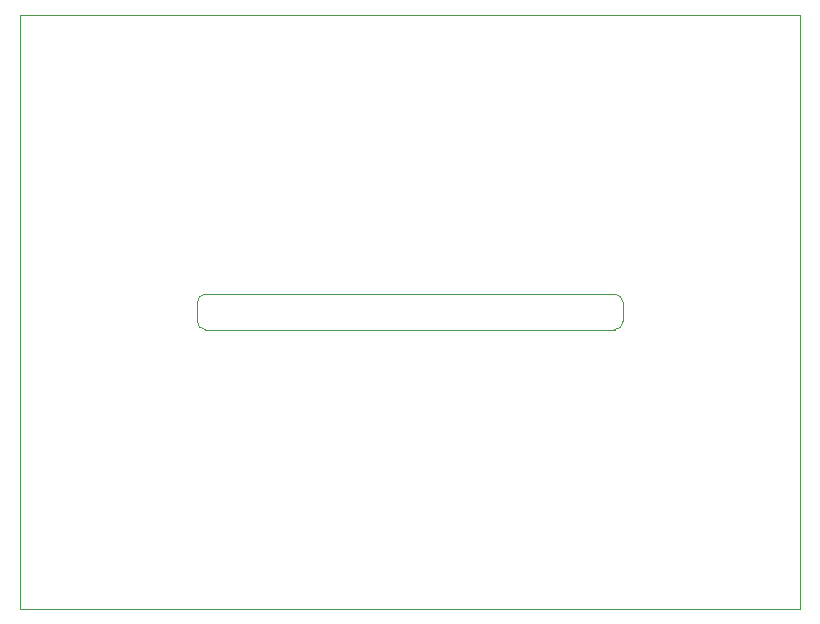
<source format=gm1>
G04 #@! TF.GenerationSoftware,KiCad,Pcbnew,7.0.9*
G04 #@! TF.CreationDate,2024-10-07T22:18:26-04:00*
G04 #@! TF.ProjectId,ESP32_VP,45535033-325f-4565-902e-6b696361645f,rev?*
G04 #@! TF.SameCoordinates,Original*
G04 #@! TF.FileFunction,Profile,NP*
%FSLAX46Y46*%
G04 Gerber Fmt 4.6, Leading zero omitted, Abs format (unit mm)*
G04 Created by KiCad (PCBNEW 7.0.9) date 2024-10-07 22:18:26*
%MOMM*%
%LPD*%
G01*
G04 APERTURE LIST*
G04 #@! TA.AperFunction,Profile*
%ADD10C,0.100000*%
G04 #@! TD*
G04 #@! TA.AperFunction,Profile*
%ADD11C,0.050000*%
G04 #@! TD*
G04 APERTURE END LIST*
D10*
X63500000Y-87401400D02*
X129540000Y-87401400D01*
X129540000Y-137668000D01*
X63500000Y-137668000D01*
X63500000Y-87401400D01*
D11*
X113854200Y-111048799D02*
X79185800Y-111048800D01*
X114540000Y-111734599D02*
G75*
G03*
X113854200Y-111048799I-685800J0D01*
G01*
X79185800Y-111048800D02*
G75*
G03*
X78500000Y-111734600I0J-685800D01*
G01*
X79185800Y-114050000D02*
X113854200Y-114045800D01*
X78500000Y-111734600D02*
X78500000Y-113364200D01*
X114540000Y-113360000D02*
X114540000Y-111734599D01*
X113854200Y-114045800D02*
G75*
G03*
X114540000Y-113360000I1J685799D01*
G01*
X78500000Y-113364200D02*
G75*
G03*
X79185800Y-114050000I685799J-1D01*
G01*
M02*

</source>
